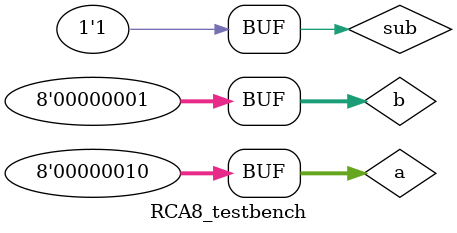
<source format=v>
`timescale 10ns/1ns

module RCA8_testbench(); // no input, no output
  
  reg [7:0] a, b;   // always declare inputs as reg
  reg sub;
  wire [7:0] z;    
  wire Cout;	    // and outputs as wire
  
  RCA8 DUT ( .a(a), .b(b), .sub(sub), .z(z), .Cout(Cout));
  
  initial
  begin
    $monitor($time, " a=%d, b=%d, sub=%b, z=%d, Cout=%b, ",a,b,sub,z,Cout);
  end
  
  initial
  begin
    $dumpvars(1, RCA8_testbench);
    #0  sub=0; a=8'h00; b=8'h00; // at time = 0ns
    repeat (31)
    begin
      #50 a <= a + 2; b <= b + 1;
    end
    
    #50 sub=1; a=8'h00; b=8'h00;
    
    repeat (31)
    begin
      #50 a <= a + 2; b <= b + 1;
    end
  end
  
endmodule

</source>
